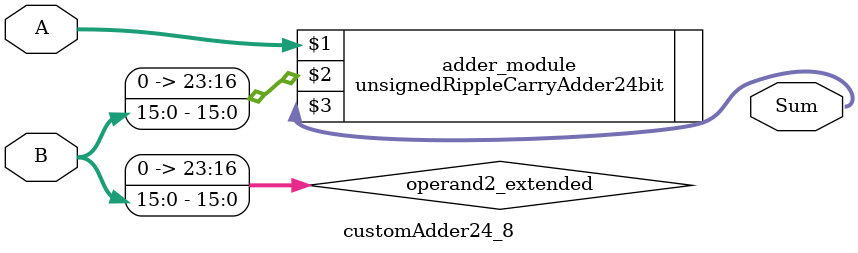
<source format=v>

module customAdder24_8(
                    input [23 : 0] A,
                    input [15 : 0] B,
                    
                    output [24 : 0] Sum
            );

    wire [23 : 0] operand2_extended;
    
    assign operand2_extended =  {8'b0, B};
    
    unsignedRippleCarryAdder24bit adder_module(
        A,
        operand2_extended,
        Sum
    );
    
endmodule
        
</source>
